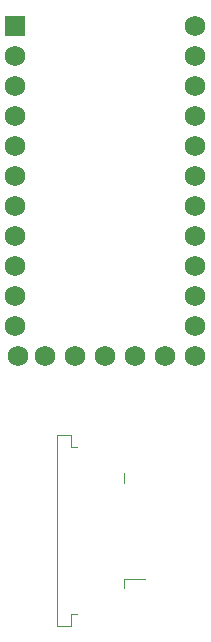
<source format=gbr>
%TF.GenerationSoftware,KiCad,Pcbnew,(6.0.4)*%
%TF.CreationDate,2023-12-03T23:36:56-08:00*%
%TF.ProjectId,left,6c656674-2e6b-4696-9361-645f70636258,v1.0.0*%
%TF.SameCoordinates,Original*%
%TF.FileFunction,Legend,Bot*%
%TF.FilePolarity,Positive*%
%FSLAX46Y46*%
G04 Gerber Fmt 4.6, Leading zero omitted, Abs format (unit mm)*
G04 Created by KiCad (PCBNEW (6.0.4)) date 2023-12-03 23:36:56*
%MOMM*%
%LPD*%
G01*
G04 APERTURE LIST*
%ADD10C,0.000000*%
%ADD11C,0.120000*%
%ADD12R,1.752600X1.752600*%
%ADD13C,1.752600*%
G04 APERTURE END LIST*
D10*
%TO.C,*%
D11*
X263590000Y-144755000D02*
X263050000Y-144755000D01*
X263050000Y-159870000D02*
X263050000Y-158845000D01*
X261940000Y-143730000D02*
X261940000Y-159870000D01*
X261940000Y-159870000D02*
X263050000Y-159870000D01*
X267560000Y-156690000D02*
X267560000Y-155865000D01*
X263050000Y-143730000D02*
X261940000Y-143730000D01*
X263050000Y-158845000D02*
X263590000Y-158845000D01*
X267560000Y-147735000D02*
X267560000Y-146910000D01*
X267560000Y-155865000D02*
X269360000Y-155865000D01*
X263050000Y-144755000D02*
X263050000Y-143730000D01*
%TD*%
D12*
%TO.C,*%
X258380000Y-109030000D03*
D13*
X258380000Y-111570000D03*
X258380000Y-114110000D03*
X258380000Y-116650000D03*
X258380000Y-119190000D03*
X258380000Y-121730000D03*
X258380000Y-124270000D03*
X258380000Y-126810000D03*
X258380000Y-129350000D03*
X258380000Y-131890000D03*
X258380000Y-134430000D03*
X258608600Y-136970000D03*
X273620000Y-136970000D03*
X273620000Y-134430000D03*
X273620000Y-131890000D03*
X273620000Y-129350000D03*
X273620000Y-126810000D03*
X273620000Y-124270000D03*
X273620000Y-121730000D03*
X273620000Y-119190000D03*
X273620000Y-116650000D03*
X273620000Y-114110000D03*
X273620000Y-111570000D03*
X273620000Y-109030000D03*
X260920000Y-136970000D03*
X263460000Y-136970000D03*
X266000000Y-136970000D03*
X268540000Y-136970000D03*
X271080000Y-136970000D03*
%TD*%
M02*

</source>
